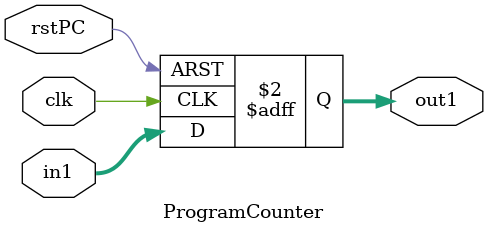
<source format=v>


module ProgramCounter(in1, clk, rstPC, out1);
  
  input [31:0] in1;
  input clk, rstPC;
  output reg [31:0] out1;
  
  // handle output and reset case
  always @ (posedge clk or posedge rstPC) begin
    if (rstPC)
      out1 <= 4096;
    else
      out1 <= in1;
  end
  
endmodule

</source>
